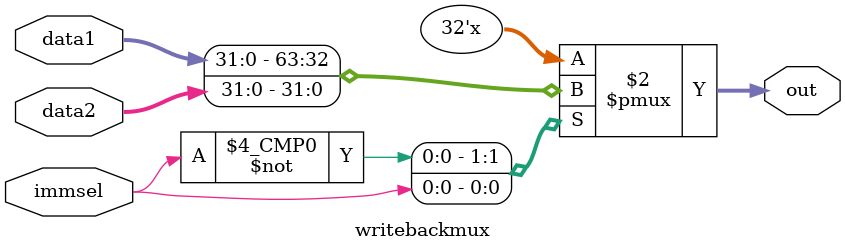
<source format=v>
`timescale 1ns / 1ps
module writebackmux(
    input [31:0] data1,
    input [31:0] data2,
    input immsel,
    output reg [31:0] out
    );
always @(*)
begin
case(immsel)
0: out = data1;
1: out = data2;
endcase
end
endmodule

</source>
